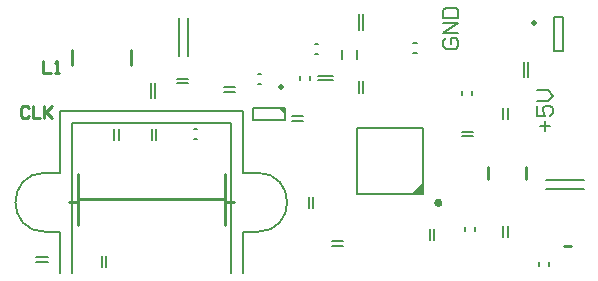
<source format=gto>
%FSLAX42Y42*%
%MOMM*%
G71*
G01*
G75*
G04 Layer_Color=65535*
%ADD10R,5.00X2.20*%
%ADD11R,1.50X2.00*%
G04:AMPARAMS|DCode=12|XSize=1mm|YSize=0.9mm|CornerRadius=0.11mm|HoleSize=0mm|Usage=FLASHONLY|Rotation=0.000|XOffset=0mm|YOffset=0mm|HoleType=Round|Shape=RoundedRectangle|*
%AMROUNDEDRECTD12*
21,1,1.00,0.68,0,0,0.0*
21,1,0.78,0.90,0,0,0.0*
1,1,0.23,0.39,-0.34*
1,1,0.23,-0.39,-0.34*
1,1,0.23,-0.39,0.34*
1,1,0.23,0.39,0.34*
%
%ADD12ROUNDEDRECTD12*%
%ADD13R,1.30X2.40*%
%ADD14R,2.00X2.50*%
G04:AMPARAMS|DCode=15|XSize=1mm|YSize=0.9mm|CornerRadius=0.11mm|HoleSize=0mm|Usage=FLASHONLY|Rotation=90.000|XOffset=0mm|YOffset=0mm|HoleType=Round|Shape=RoundedRectangle|*
%AMROUNDEDRECTD15*
21,1,1.00,0.68,0,0,90.0*
21,1,0.78,0.90,0,0,90.0*
1,1,0.23,0.34,0.39*
1,1,0.23,0.34,-0.39*
1,1,0.23,-0.34,-0.39*
1,1,0.23,-0.34,0.39*
%
%ADD15ROUNDEDRECTD15*%
%ADD16O,0.64X2.03*%
%ADD17R,0.64X2.03*%
G04:AMPARAMS|DCode=18|XSize=0.6mm|YSize=1mm|CornerRadius=0.08mm|HoleSize=0mm|Usage=FLASHONLY|Rotation=180.000|XOffset=0mm|YOffset=0mm|HoleType=Round|Shape=RoundedRectangle|*
%AMROUNDEDRECTD18*
21,1,0.60,0.85,0,0,180.0*
21,1,0.45,1.00,0,0,180.0*
1,1,0.15,-0.23,0.42*
1,1,0.15,0.23,0.42*
1,1,0.15,0.23,-0.42*
1,1,0.15,-0.23,-0.42*
%
%ADD18ROUNDEDRECTD18*%
%ADD19R,2.00X1.50*%
G04:AMPARAMS|DCode=20|XSize=0.6mm|YSize=1mm|CornerRadius=0.08mm|HoleSize=0mm|Usage=FLASHONLY|Rotation=270.000|XOffset=0mm|YOffset=0mm|HoleType=Round|Shape=RoundedRectangle|*
%AMROUNDEDRECTD20*
21,1,0.60,0.85,0,0,270.0*
21,1,0.45,1.00,0,0,270.0*
1,1,0.15,-0.42,-0.23*
1,1,0.15,-0.42,0.23*
1,1,0.15,0.42,0.23*
1,1,0.15,0.42,-0.23*
%
%ADD20ROUNDEDRECTD20*%
%ADD21O,0.30X1.80*%
%ADD22O,1.80X0.30*%
G04:AMPARAMS|DCode=23|XSize=3.5mm|YSize=1.4mm|CornerRadius=0.17mm|HoleSize=0mm|Usage=FLASHONLY|Rotation=270.000|XOffset=0mm|YOffset=0mm|HoleType=Round|Shape=RoundedRectangle|*
%AMROUNDEDRECTD23*
21,1,3.50,1.05,0,0,270.0*
21,1,3.15,1.40,0,0,270.0*
1,1,0.35,-0.53,-1.57*
1,1,0.35,-0.53,1.57*
1,1,0.35,0.53,1.57*
1,1,0.35,0.53,-1.57*
%
%ADD23ROUNDEDRECTD23*%
G04:AMPARAMS|DCode=24|XSize=0.8mm|YSize=0.8mm|CornerRadius=0.1mm|HoleSize=0mm|Usage=FLASHONLY|Rotation=90.000|XOffset=0mm|YOffset=0mm|HoleType=Round|Shape=RoundedRectangle|*
%AMROUNDEDRECTD24*
21,1,0.80,0.60,0,0,90.0*
21,1,0.60,0.80,0,0,90.0*
1,1,0.20,0.30,0.30*
1,1,0.20,0.30,-0.30*
1,1,0.20,-0.30,-0.30*
1,1,0.20,-0.30,0.30*
%
%ADD24ROUNDEDRECTD24*%
G04:AMPARAMS|DCode=25|XSize=1.3mm|YSize=0.8mm|CornerRadius=0.1mm|HoleSize=0mm|Usage=FLASHONLY|Rotation=180.000|XOffset=0mm|YOffset=0mm|HoleType=Round|Shape=RoundedRectangle|*
%AMROUNDEDRECTD25*
21,1,1.30,0.60,0,0,180.0*
21,1,1.10,0.80,0,0,180.0*
1,1,0.20,-0.55,0.30*
1,1,0.20,0.55,0.30*
1,1,0.20,0.55,-0.30*
1,1,0.20,-0.55,-0.30*
%
%ADD25ROUNDEDRECTD25*%
G04:AMPARAMS|DCode=26|XSize=1.4mm|YSize=1mm|CornerRadius=0.13mm|HoleSize=0mm|Usage=FLASHONLY|Rotation=270.000|XOffset=0mm|YOffset=0mm|HoleType=Round|Shape=RoundedRectangle|*
%AMROUNDEDRECTD26*
21,1,1.40,0.75,0,0,270.0*
21,1,1.15,1.00,0,0,270.0*
1,1,0.25,-0.38,-0.57*
1,1,0.25,-0.38,0.57*
1,1,0.25,0.38,0.57*
1,1,0.25,0.38,-0.57*
%
%ADD26ROUNDEDRECTD26*%
%ADD27R,2.50X2.00*%
G04:AMPARAMS|DCode=28|XSize=3.5mm|YSize=1.4mm|CornerRadius=0.17mm|HoleSize=0mm|Usage=FLASHONLY|Rotation=180.000|XOffset=0mm|YOffset=0mm|HoleType=Round|Shape=RoundedRectangle|*
%AMROUNDEDRECTD28*
21,1,3.50,1.05,0,0,180.0*
21,1,3.15,1.40,0,0,180.0*
1,1,0.35,-1.57,0.53*
1,1,0.35,1.57,0.53*
1,1,0.35,1.57,-0.53*
1,1,0.35,-1.57,-0.53*
%
%ADD28ROUNDEDRECTD28*%
G04:AMPARAMS|DCode=29|XSize=1.4mm|YSize=1mm|CornerRadius=0.13mm|HoleSize=0mm|Usage=FLASHONLY|Rotation=0.000|XOffset=0mm|YOffset=0mm|HoleType=Round|Shape=RoundedRectangle|*
%AMROUNDEDRECTD29*
21,1,1.40,0.75,0,0,0.0*
21,1,1.15,1.00,0,0,0.0*
1,1,0.25,0.57,-0.38*
1,1,0.25,-0.57,-0.38*
1,1,0.25,-0.57,0.38*
1,1,0.25,0.57,0.38*
%
%ADD29ROUNDEDRECTD29*%
%ADD30C,0.30*%
%ADD31C,0.50*%
%ADD32C,0.70*%
%ADD33C,3.50*%
%ADD34C,0.70*%
%ADD35C,0.20*%
%ADD36C,0.38*%
%ADD37C,0.25*%
%ADD38C,0.13*%
%ADD39C,0.15*%
G36*
X5229Y3746D02*
X5129D01*
X5229Y3846D01*
Y3746D01*
D02*
G37*
G36*
X4060Y4420D02*
X4004Y4476D01*
X4060D01*
Y4420D01*
D02*
G37*
D31*
X4021Y4652D02*
X4020Y4653D01*
X4020Y4652D01*
X4020Y4652D01*
X4021Y4652D01*
X6163Y5196D02*
X6162Y5195D01*
X6163Y5195D01*
X6163Y5195D01*
X6163Y5196D01*
D35*
X2025Y3925D02*
G03*
X2025Y3425I0J-250D01*
G01*
X3825D02*
G03*
X3825Y3925I0J250D01*
G01*
X2250Y3075D02*
Y4350D01*
X3700Y3075D02*
Y3425D01*
Y3925D02*
Y4450D01*
X2150Y3925D02*
Y4450D01*
Y3075D02*
Y3425D01*
Y4450D02*
X3700D01*
X2250Y4350D02*
X3600D01*
Y3075D02*
Y4350D01*
X2025Y3925D02*
X2150D01*
X2025Y3425D02*
X2150D01*
X3700D02*
X3825D01*
X3700Y3925D02*
X3825D01*
X5417Y5062D02*
X5395Y5040D01*
Y4997D01*
X5417Y4975D01*
X5503D01*
X5525Y4997D01*
Y5040D01*
X5503Y5062D01*
X5460D01*
Y5018D01*
X5525Y5105D02*
X5395D01*
X5525Y5192D01*
X5395D01*
Y5235D02*
X5525D01*
Y5300D01*
X5503Y5322D01*
X5417D01*
X5395Y5300D01*
Y5235D01*
X6260Y4275D02*
Y4362D01*
X6217Y4318D02*
X6303D01*
X6195Y4492D02*
Y4405D01*
X6260D01*
X6238Y4448D01*
Y4470D01*
X6260Y4492D01*
X6303D01*
X6325Y4470D01*
Y4427D01*
X6303Y4405D01*
X6195Y4535D02*
X6282D01*
X6325Y4578D01*
X6282Y4622D01*
X6195D01*
D36*
X5375Y3669D02*
G03*
X5375Y3669I-19J0D01*
G01*
D37*
X2750Y4840D02*
Y4960D01*
X2250Y4840D02*
Y4960D01*
X6100Y3875D02*
Y3975D01*
X5775Y3875D02*
Y3975D01*
X3560Y3675D02*
X3625Y3675D01*
X2225Y3675D02*
X2290Y3675D01*
X3547Y3700D02*
Y3916D01*
Y3484D02*
Y3700D01*
X2303Y3484D02*
Y3700D01*
Y3916D01*
X2925Y3700D02*
X3547D01*
X2303D02*
X2925D01*
X6417Y3308D02*
X6480D01*
X1887Y4473D02*
X1870Y4490D01*
X1837D01*
X1820Y4473D01*
Y4407D01*
X1837Y4390D01*
X1870D01*
X1887Y4407D01*
X1920Y4490D02*
Y4390D01*
X1987D01*
X2020Y4490D02*
Y4390D01*
Y4423D01*
X2087Y4490D01*
X2037Y4440D01*
X2087Y4390D01*
X2010Y4870D02*
Y4770D01*
X2077D01*
X2110D02*
X2143D01*
X2127D01*
Y4870D01*
X2110Y4853D01*
D38*
X4117Y4403D02*
X4213D01*
X4117Y4367D02*
X4213D01*
X2648Y4202D02*
Y4298D01*
X2612Y4202D02*
Y4298D01*
X1952Y3208D02*
X2048D01*
X1952Y3172D02*
X2048D01*
X2932Y4202D02*
Y4298D01*
X2968Y4202D02*
Y4298D01*
X5145Y5021D02*
X5175D01*
X5145Y4939D02*
X5175D01*
X3542Y4648D02*
X3638D01*
X3542Y4612D02*
X3638D01*
X3825Y4761D02*
X3855D01*
X3825Y4679D02*
X3855D01*
X3790Y4476D02*
X4060D01*
X3790Y4374D02*
Y4476D01*
Y4374D02*
X4060D01*
Y4476D01*
X6337Y4955D02*
Y5245D01*
Y4955D02*
X6413D01*
Y5245D01*
X6337D02*
X6413D01*
X3160Y4915D02*
Y5235D01*
X3240Y4915D02*
Y5235D01*
X4537Y4887D02*
Y4963D01*
X4664Y4887D02*
Y4963D01*
X4685Y5135D02*
Y5265D01*
X4715Y5135D02*
Y5265D01*
X5666Y3435D02*
Y3465D01*
X5584Y3435D02*
Y3465D01*
X4452Y3343D02*
X4548D01*
X4452Y3307D02*
X4548D01*
X3142Y4682D02*
X3238D01*
X3142Y4718D02*
X3238D01*
X6265Y3865D02*
X6585D01*
X6265Y3785D02*
X6585D01*
X4335Y4710D02*
X4465D01*
X4335Y4740D02*
X4465D01*
X6115Y4735D02*
Y4865D01*
X6085Y4735D02*
Y4865D01*
X5641Y4585D02*
Y4615D01*
X5559Y4585D02*
Y4615D01*
X2543Y3127D02*
Y3223D01*
X2507Y3127D02*
Y3223D01*
X2925Y4555D02*
Y4685D01*
X2955Y4555D02*
Y4685D01*
X5943Y4377D02*
Y4473D01*
X5907Y4377D02*
Y4473D01*
Y3377D02*
Y3473D01*
X5943Y3377D02*
Y3473D01*
X4184Y4710D02*
Y4740D01*
X4266Y4710D02*
Y4740D01*
X3285Y4209D02*
X3315D01*
X3285Y4291D02*
X3315D01*
X4310Y4934D02*
X4340D01*
X4310Y5016D02*
X4340D01*
X6209Y3135D02*
Y3165D01*
X6291Y3135D02*
Y3165D01*
X5552Y4232D02*
X5648D01*
X5552Y4268D02*
X5648D01*
X4718Y4602D02*
Y4698D01*
X4682Y4602D02*
Y4698D01*
X5282Y3352D02*
Y3448D01*
X5318Y3352D02*
Y3448D01*
X4257Y3627D02*
Y3723D01*
X4293Y3627D02*
Y3723D01*
D39*
X4671Y4304D02*
X5229D01*
X4671Y3746D02*
X5229D01*
X4671D02*
Y4304D01*
X5229Y3746D02*
Y4304D01*
M02*

</source>
